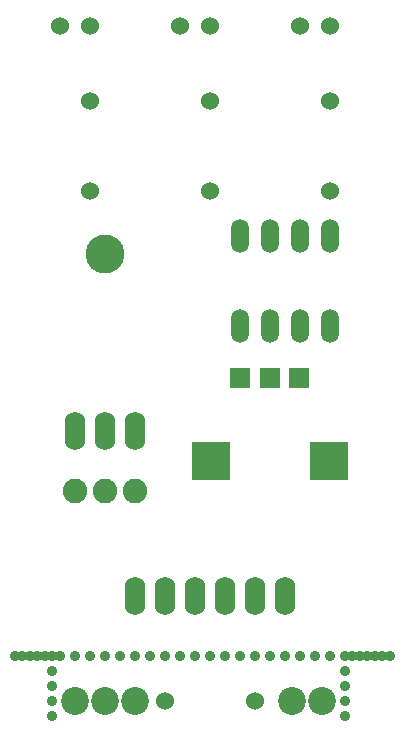
<source format=gbr>
%TF.GenerationSoftware,KiCad,Pcbnew,(5.1.12-1-10_14)*%
%TF.CreationDate,2021-11-23T12:12:06-05:00*%
%TF.ProjectId,EMB2,454d4232-2e6b-4696-9361-645f70636258,rev?*%
%TF.SameCoordinates,Original*%
%TF.FileFunction,Soldermask,Bot*%
%TF.FilePolarity,Negative*%
%FSLAX46Y46*%
G04 Gerber Fmt 4.6, Leading zero omitted, Abs format (unit mm)*
G04 Created by KiCad (PCBNEW (5.1.12-1-10_14)) date 2021-11-23 12:12:06*
%MOMM*%
%LPD*%
G01*
G04 APERTURE LIST*
%ADD10R,3.216000X3.216000*%
%ADD11R,1.800000X1.800000*%
%ADD12C,0.900000*%
%ADD13O,1.524000X2.844800*%
%ADD14C,3.302000*%
%ADD15O,1.727200X3.251200*%
%ADD16C,1.524000*%
%ADD17C,2.082800*%
%ADD18C,2.362200*%
G04 APERTURE END LIST*
D10*
%TO.C,10K_LIN_POT*%
X149063600Y-114206100D03*
X159063600Y-114206100D03*
D11*
X151563600Y-107206100D03*
X154063600Y-107206100D03*
X156563600Y-107206100D03*
%TD*%
D12*
%TO.C,@HOLE0*%
X132473600Y-130716100D03*
%TD*%
%TO.C,@HOLE1*%
X133108600Y-130716100D03*
%TD*%
%TO.C,@HOLE2*%
X133743600Y-130716100D03*
%TD*%
%TO.C,@HOLE3*%
X134378600Y-130716100D03*
%TD*%
%TO.C,@HOLE4*%
X135013600Y-130716100D03*
%TD*%
%TO.C,@HOLE5*%
X135648600Y-130716100D03*
%TD*%
%TO.C,@HOLE6*%
X164223600Y-130716100D03*
%TD*%
%TO.C,@HOLE7*%
X163588600Y-130716100D03*
%TD*%
%TO.C,@HOLE8*%
X162953600Y-130716100D03*
%TD*%
%TO.C,@HOLE9*%
X162318600Y-130716100D03*
%TD*%
%TO.C,@HOLE10*%
X161683600Y-130716100D03*
%TD*%
%TO.C,@HOLE11*%
X161048600Y-130716100D03*
%TD*%
%TO.C,@HOLE12*%
X160413600Y-130716100D03*
%TD*%
%TO.C,@HOLE13*%
X135648600Y-131986100D03*
%TD*%
%TO.C,@HOLE14*%
X135648600Y-133256100D03*
%TD*%
%TO.C,@HOLE15*%
X135648600Y-134526100D03*
%TD*%
%TO.C,@HOLE16*%
X135648600Y-135796100D03*
%TD*%
%TO.C,@HOLE17*%
X160413600Y-131986100D03*
%TD*%
%TO.C,@HOLE18*%
X160413600Y-133256100D03*
%TD*%
%TO.C,@HOLE19*%
X160413600Y-134526100D03*
%TD*%
%TO.C,@HOLE20*%
X160413600Y-135796100D03*
%TD*%
%TO.C,@HOLE21*%
X136283600Y-130716100D03*
%TD*%
%TO.C,@HOLE22*%
X137553600Y-130716100D03*
%TD*%
%TO.C,@HOLE23*%
X138823600Y-130716100D03*
%TD*%
%TO.C,@HOLE24*%
X140093600Y-130716100D03*
%TD*%
%TO.C,@HOLE25*%
X141363600Y-130716100D03*
%TD*%
%TO.C,@HOLE26*%
X142633600Y-130716100D03*
%TD*%
%TO.C,@HOLE27*%
X143903600Y-130716100D03*
%TD*%
%TO.C,@HOLE28*%
X145173600Y-130716100D03*
%TD*%
%TO.C,@HOLE29*%
X146443600Y-130716100D03*
%TD*%
%TO.C,@HOLE30*%
X147713600Y-130716100D03*
%TD*%
%TO.C,@HOLE31*%
X148983600Y-130716100D03*
%TD*%
%TO.C,@HOLE32*%
X150253600Y-130716100D03*
%TD*%
%TO.C,@HOLE33*%
X151523600Y-130716100D03*
%TD*%
%TO.C,@HOLE34*%
X152793600Y-130716100D03*
%TD*%
%TO.C,@HOLE35*%
X154063600Y-130716100D03*
%TD*%
%TO.C,@HOLE36*%
X155333600Y-130716100D03*
%TD*%
%TO.C,@HOLE37*%
X156603600Y-130716100D03*
%TD*%
%TO.C,@HOLE38*%
X157873600Y-130716100D03*
%TD*%
%TO.C,@HOLE39*%
X159143600Y-130716100D03*
%TD*%
D13*
%TO.C,IC1*%
X151523600Y-95156100D03*
X154063600Y-95156100D03*
X156603600Y-95156100D03*
X159143600Y-95156100D03*
X159143600Y-102776100D03*
X156603600Y-102776100D03*
X154063600Y-102776100D03*
X151523600Y-102776100D03*
%TD*%
D14*
%TO.C,7805*%
X140093600Y-96680100D03*
D15*
X142633600Y-111666100D03*
X140093600Y-111666100D03*
X137553600Y-111666100D03*
%TD*%
D16*
%TO.C,L1*%
X156603600Y-77376100D03*
X159143600Y-77376100D03*
%TD*%
%TO.C,L2*%
X136283600Y-77376100D03*
X138823600Y-77376100D03*
%TD*%
%TO.C,L3*%
X146443600Y-77376100D03*
X148983600Y-77376100D03*
%TD*%
%TO.C,R1*%
X159143600Y-83726100D03*
X159143600Y-91346100D03*
%TD*%
%TO.C,R2*%
X138823600Y-83726100D03*
X138823600Y-91346100D03*
%TD*%
%TO.C,R3*%
X148983600Y-83726100D03*
X148983600Y-91346100D03*
%TD*%
D17*
%TO.C,S1*%
X137553600Y-116746100D03*
X140093600Y-116746100D03*
X142633600Y-116746100D03*
%TD*%
D15*
%TO.C,E$2*%
X155333600Y-125636100D03*
X152793600Y-125636100D03*
X150253600Y-125636100D03*
X147713600Y-125636100D03*
X145173600Y-125636100D03*
X142633600Y-125636100D03*
%TD*%
D16*
%TO.C,PRACTICE*%
X152793600Y-134526100D03*
X145173600Y-134526100D03*
%TD*%
D18*
%TO.C,E$5*%
X137553600Y-134526100D03*
%TD*%
%TO.C,E$6*%
X140093600Y-134526100D03*
%TD*%
%TO.C,E$7*%
X142633600Y-134526100D03*
%TD*%
%TO.C,E$8*%
X158508600Y-134526100D03*
%TD*%
%TO.C,E$9*%
X155968600Y-134526100D03*
%TD*%
M02*

</source>
